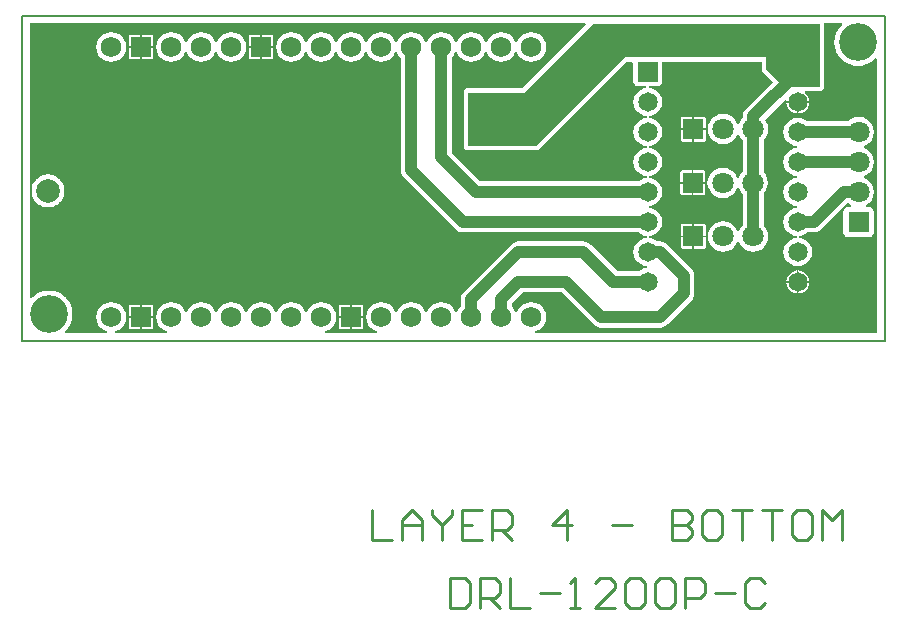
<source format=gbl>
G04 Layer_Physical_Order=4*
G04 Layer_Color=16711680*
%FSLAX24Y24*%
%MOIN*%
G70*
G01*
G75*
%ADD19C,0.0394*%
%ADD20C,0.0100*%
%ADD21C,0.0050*%
%ADD22C,0.0787*%
%ADD23C,0.0650*%
%ADD24R,0.0650X0.0650*%
%ADD25C,0.0709*%
%ADD26R,0.0709X0.0709*%
%ADD27C,0.0690*%
%ADD28R,0.0690X0.0690*%
%ADD29R,0.0709X0.0709*%
%ADD30C,0.1260*%
%ADD31C,0.0500*%
G36*
X28774Y20526D02*
X26669Y18421D01*
X24862Y18421D01*
X24804Y18409D01*
X24754Y18376D01*
X24721Y18326D01*
X24709Y18268D01*
Y16496D01*
X24721Y16438D01*
X24754Y16388D01*
X24804Y16355D01*
X24862Y16343D01*
X27126Y16343D01*
X27185Y16355D01*
X27234Y16388D01*
X30142Y19296D01*
X30325D01*
X30369Y19246D01*
Y18632D01*
X30380Y18573D01*
X30414Y18524D01*
X30463Y18491D01*
X30522Y18479D01*
X30793D01*
X30796Y18429D01*
X30723Y18419D01*
X30607Y18371D01*
X30508Y18295D01*
X30432Y18196D01*
X30384Y18081D01*
X30368Y17957D01*
X30384Y17833D01*
X30432Y17717D01*
X30508Y17618D01*
X30607Y17542D01*
X30723Y17494D01*
X30815Y17482D01*
Y17431D01*
X30723Y17419D01*
X30607Y17371D01*
X30508Y17295D01*
X30432Y17196D01*
X30384Y17081D01*
X30368Y16957D01*
X30384Y16833D01*
X30432Y16717D01*
X30508Y16618D01*
X30607Y16542D01*
X30723Y16494D01*
X30815Y16482D01*
Y16431D01*
X30723Y16419D01*
X30607Y16371D01*
X30508Y16295D01*
X30432Y16196D01*
X30384Y16081D01*
X30368Y15957D01*
X30384Y15833D01*
X30432Y15717D01*
X30508Y15618D01*
X30607Y15542D01*
X30723Y15494D01*
X30815Y15482D01*
Y15431D01*
X30723Y15419D01*
X30607Y15371D01*
X30522Y15307D01*
X25267D01*
X24310Y16263D01*
Y19432D01*
X24314Y19434D01*
X24393Y19538D01*
X24434Y19636D01*
X24488D01*
X24528Y19538D01*
X24608Y19434D01*
X24711Y19355D01*
X24831Y19305D01*
X24961Y19288D01*
X25090Y19305D01*
X25210Y19355D01*
X25314Y19434D01*
X25393Y19538D01*
X25434Y19636D01*
X25488D01*
X25528Y19538D01*
X25608Y19434D01*
X25711Y19355D01*
X25831Y19305D01*
X25961Y19288D01*
X26090Y19305D01*
X26210Y19355D01*
X26314Y19434D01*
X26393Y19538D01*
X26434Y19636D01*
X26488D01*
X26528Y19538D01*
X26608Y19434D01*
X26711Y19355D01*
X26831Y19305D01*
X26961Y19288D01*
X27090Y19305D01*
X27210Y19355D01*
X27314Y19434D01*
X27393Y19538D01*
X27443Y19658D01*
X27460Y19787D01*
X27443Y19917D01*
X27393Y20037D01*
X27314Y20140D01*
X27210Y20220D01*
X27090Y20270D01*
X26961Y20287D01*
X26831Y20270D01*
X26711Y20220D01*
X26608Y20140D01*
X26528Y20037D01*
X26488Y19939D01*
X26434D01*
X26393Y20037D01*
X26314Y20140D01*
X26210Y20220D01*
X26090Y20270D01*
X25961Y20287D01*
X25831Y20270D01*
X25711Y20220D01*
X25608Y20140D01*
X25528Y20037D01*
X25488Y19939D01*
X25434D01*
X25393Y20037D01*
X25314Y20140D01*
X25210Y20220D01*
X25090Y20270D01*
X24961Y20287D01*
X24831Y20270D01*
X24711Y20220D01*
X24608Y20140D01*
X24528Y20037D01*
X24488Y19939D01*
X24434D01*
X24393Y20037D01*
X24314Y20140D01*
X24210Y20220D01*
X24090Y20270D01*
X23961Y20287D01*
X23831Y20270D01*
X23711Y20220D01*
X23608Y20140D01*
X23528Y20037D01*
X23488Y19939D01*
X23434D01*
X23393Y20037D01*
X23314Y20140D01*
X23210Y20220D01*
X23090Y20270D01*
X22961Y20287D01*
X22831Y20270D01*
X22711Y20220D01*
X22608Y20140D01*
X22528Y20037D01*
X22488Y19939D01*
X22434D01*
X22393Y20037D01*
X22314Y20140D01*
X22210Y20220D01*
X22090Y20270D01*
X21961Y20287D01*
X21831Y20270D01*
X21711Y20220D01*
X21608Y20140D01*
X21528Y20037D01*
X21488Y19939D01*
X21434D01*
X21393Y20037D01*
X21314Y20140D01*
X21210Y20220D01*
X21090Y20270D01*
X20961Y20287D01*
X20831Y20270D01*
X20711Y20220D01*
X20608Y20140D01*
X20528Y20037D01*
X20488Y19939D01*
X20434D01*
X20393Y20037D01*
X20314Y20140D01*
X20210Y20220D01*
X20090Y20270D01*
X19961Y20287D01*
X19831Y20270D01*
X19711Y20220D01*
X19608Y20140D01*
X19528Y20037D01*
X19488Y19939D01*
X19434D01*
X19393Y20037D01*
X19314Y20140D01*
X19210Y20220D01*
X19090Y20270D01*
X18961Y20287D01*
X18831Y20270D01*
X18711Y20220D01*
X18608Y20140D01*
X18528Y20037D01*
X18478Y19917D01*
X18461Y19787D01*
X18478Y19658D01*
X18528Y19538D01*
X18608Y19434D01*
X18711Y19355D01*
X18831Y19305D01*
X18961Y19288D01*
X19090Y19305D01*
X19210Y19355D01*
X19314Y19434D01*
X19393Y19538D01*
X19434Y19636D01*
X19488D01*
X19528Y19538D01*
X19608Y19434D01*
X19711Y19355D01*
X19831Y19305D01*
X19961Y19288D01*
X20090Y19305D01*
X20210Y19355D01*
X20314Y19434D01*
X20393Y19538D01*
X20434Y19636D01*
X20488D01*
X20528Y19538D01*
X20608Y19434D01*
X20711Y19355D01*
X20831Y19305D01*
X20961Y19288D01*
X21090Y19305D01*
X21210Y19355D01*
X21314Y19434D01*
X21393Y19538D01*
X21434Y19636D01*
X21488D01*
X21528Y19538D01*
X21608Y19434D01*
X21711Y19355D01*
X21831Y19305D01*
X21961Y19288D01*
X22090Y19305D01*
X22210Y19355D01*
X22314Y19434D01*
X22393Y19538D01*
X22434Y19636D01*
X22488D01*
X22528Y19538D01*
X22608Y19434D01*
X22611Y19432D01*
Y15685D01*
X22617Y15640D01*
X22623Y15594D01*
X22658Y15510D01*
X22713Y15438D01*
X24442Y13709D01*
X24514Y13654D01*
X24563Y13633D01*
X24598Y13619D01*
X24644Y13613D01*
X24689Y13607D01*
X30522D01*
X30607Y13542D01*
X30723Y13494D01*
X30815Y13482D01*
Y13431D01*
X30723Y13419D01*
X30607Y13371D01*
X30508Y13295D01*
X30432Y13196D01*
X30384Y13081D01*
X30368Y12957D01*
X30384Y12833D01*
X30432Y12717D01*
X30508Y12618D01*
X30607Y12542D01*
X30723Y12494D01*
X30815Y12482D01*
Y12431D01*
X30723Y12419D01*
X30607Y12371D01*
X30522Y12307D01*
X29842D01*
X28944Y13204D01*
X28872Y13260D01*
X28787Y13295D01*
X28697Y13307D01*
X26535D01*
X26445Y13295D01*
X26361Y13260D01*
X26288Y13204D01*
X24713Y11629D01*
X24658Y11557D01*
X24623Y11472D01*
X24617Y11427D01*
X24611Y11382D01*
Y11143D01*
X24608Y11140D01*
X24528Y11037D01*
X24488Y10939D01*
X24434D01*
X24393Y11037D01*
X24314Y11140D01*
X24210Y11220D01*
X24090Y11270D01*
X23961Y11287D01*
X23831Y11270D01*
X23711Y11220D01*
X23608Y11140D01*
X23528Y11037D01*
X23488Y10939D01*
X23434D01*
X23393Y11037D01*
X23314Y11140D01*
X23210Y11220D01*
X23090Y11270D01*
X22961Y11287D01*
X22831Y11270D01*
X22711Y11220D01*
X22608Y11140D01*
X22528Y11037D01*
X22488Y10939D01*
X22434D01*
X22393Y11037D01*
X22314Y11140D01*
X22210Y11220D01*
X22090Y11270D01*
X21961Y11287D01*
X21831Y11270D01*
X21711Y11220D01*
X21608Y11140D01*
X21528Y11037D01*
X21478Y10917D01*
X21461Y10787D01*
X21478Y10658D01*
X21528Y10538D01*
X21608Y10434D01*
X21711Y10355D01*
X21831Y10305D01*
X21833Y10305D01*
X21830Y10255D01*
X20091D01*
X20088Y10305D01*
X20090Y10305D01*
X20210Y10355D01*
X20314Y10434D01*
X20393Y10538D01*
X20443Y10658D01*
X20460Y10787D01*
X20443Y10917D01*
X20393Y11037D01*
X20314Y11140D01*
X20210Y11220D01*
X20090Y11270D01*
X19961Y11287D01*
X19831Y11270D01*
X19711Y11220D01*
X19608Y11140D01*
X19528Y11037D01*
X19488Y10939D01*
X19434D01*
X19393Y11037D01*
X19314Y11140D01*
X19210Y11220D01*
X19090Y11270D01*
X18961Y11287D01*
X18831Y11270D01*
X18711Y11220D01*
X18608Y11140D01*
X18528Y11037D01*
X18488Y10939D01*
X18434D01*
X18393Y11037D01*
X18314Y11140D01*
X18210Y11220D01*
X18090Y11270D01*
X17961Y11287D01*
X17831Y11270D01*
X17711Y11220D01*
X17608Y11140D01*
X17528Y11037D01*
X17488Y10939D01*
X17434D01*
X17393Y11037D01*
X17314Y11140D01*
X17210Y11220D01*
X17090Y11270D01*
X16961Y11287D01*
X16831Y11270D01*
X16711Y11220D01*
X16608Y11140D01*
X16528Y11037D01*
X16488Y10939D01*
X16434D01*
X16393Y11037D01*
X16314Y11140D01*
X16210Y11220D01*
X16090Y11270D01*
X15961Y11287D01*
X15831Y11270D01*
X15711Y11220D01*
X15608Y11140D01*
X15528Y11037D01*
X15488Y10939D01*
X15434D01*
X15393Y11037D01*
X15314Y11140D01*
X15210Y11220D01*
X15090Y11270D01*
X14961Y11287D01*
X14831Y11270D01*
X14711Y11220D01*
X14608Y11140D01*
X14528Y11037D01*
X14478Y10917D01*
X14461Y10787D01*
X14478Y10658D01*
X14528Y10538D01*
X14608Y10434D01*
X14711Y10355D01*
X14831Y10305D01*
X14833Y10305D01*
X14830Y10255D01*
X13091D01*
X13088Y10305D01*
X13090Y10305D01*
X13210Y10355D01*
X13314Y10434D01*
X13393Y10538D01*
X13443Y10658D01*
X13460Y10787D01*
X13443Y10917D01*
X13393Y11037D01*
X13314Y11140D01*
X13210Y11220D01*
X13090Y11270D01*
X12961Y11287D01*
X12831Y11270D01*
X12711Y11220D01*
X12608Y11140D01*
X12528Y11037D01*
X12478Y10917D01*
X12461Y10787D01*
X12478Y10658D01*
X12528Y10538D01*
X12608Y10434D01*
X12711Y10355D01*
X12831Y10305D01*
X12833Y10305D01*
X12830Y10255D01*
X11425D01*
X11408Y10302D01*
X11430Y10320D01*
X11440Y10332D01*
X11452Y10341D01*
X11530Y10437D01*
X11537Y10450D01*
X11537Y10450D01*
X11547Y10462D01*
X11605Y10572D01*
X11610Y10586D01*
X11617Y10599D01*
X11653Y10718D01*
X11654Y10733D01*
X11659Y10747D01*
X11671Y10871D01*
X11670Y10886D01*
X11671Y10901D01*
X11659Y11024D01*
X11654Y11039D01*
X11653Y11054D01*
X11617Y11172D01*
X11610Y11186D01*
X11605Y11200D01*
X11547Y11310D01*
X11537Y11321D01*
X11537Y11321D01*
X11530Y11335D01*
X11452Y11430D01*
X11440Y11440D01*
X11430Y11452D01*
X11335Y11530D01*
X11321Y11537D01*
X11321Y11537D01*
X11310Y11547D01*
X11200Y11605D01*
X11186Y11610D01*
X11172Y11617D01*
X11054Y11653D01*
X11039Y11654D01*
X11024Y11659D01*
X10901Y11671D01*
X10893Y11670D01*
X10886Y11672D01*
X10878Y11670D01*
X10871Y11671D01*
X10747Y11659D01*
X10733Y11654D01*
X10718Y11653D01*
X10599Y11617D01*
X10586Y11610D01*
X10572Y11605D01*
X10462Y11547D01*
X10450Y11537D01*
X10450Y11537D01*
X10437Y11530D01*
X10341Y11452D01*
X10332Y11440D01*
X10320Y11430D01*
X10302Y11408D01*
X10255Y11425D01*
Y20572D01*
X28755D01*
X28774Y20526D01*
D02*
G37*
G36*
X37332Y20525D02*
X37310Y20507D01*
X37300Y20495D01*
X37289Y20486D01*
X37210Y20390D01*
X37203Y20376D01*
X37203Y20376D01*
X37193Y20365D01*
X37135Y20255D01*
X37130Y20241D01*
X37123Y20228D01*
X37087Y20109D01*
X37086Y20094D01*
X37081Y20079D01*
X37069Y19956D01*
X37071Y19941D01*
X37069Y19926D01*
X37081Y19802D01*
X37086Y19788D01*
X37087Y19773D01*
X37123Y19654D01*
X37130Y19641D01*
X37135Y19627D01*
X37193Y19517D01*
X37203Y19506D01*
X37203Y19506D01*
X37210Y19492D01*
X37289Y19396D01*
X37300Y19387D01*
X37310Y19375D01*
X37406Y19296D01*
X37419Y19289D01*
X37419Y19289D01*
X37431Y19280D01*
X37540Y19221D01*
X37554Y19217D01*
X37568Y19210D01*
X37686Y19174D01*
X37701Y19172D01*
X37716Y19168D01*
X37839Y19156D01*
X37847Y19157D01*
X37854Y19155D01*
X37862Y19157D01*
X37869Y19156D01*
X37993Y19168D01*
X38007Y19172D01*
X38022Y19174D01*
X38141Y19210D01*
X38154Y19217D01*
X38169Y19221D01*
X38278Y19280D01*
X38290Y19289D01*
X38290Y19289D01*
X38303Y19296D01*
X38399Y19375D01*
X38408Y19387D01*
X38420Y19396D01*
X38438Y19418D01*
X38485Y19402D01*
Y10255D01*
X27091D01*
X27088Y10305D01*
X27090Y10305D01*
X27210Y10355D01*
X27314Y10434D01*
X27393Y10538D01*
X27443Y10658D01*
X27460Y10787D01*
X27443Y10917D01*
X27393Y11037D01*
X27314Y11140D01*
X27210Y11220D01*
X27090Y11270D01*
X26961Y11287D01*
X26831Y11270D01*
X26711Y11220D01*
X26608Y11140D01*
X26528Y11037D01*
X26488Y10939D01*
X26434D01*
X26393Y11037D01*
X26314Y11140D01*
X26310Y11143D01*
Y11237D01*
X26680Y11607D01*
X27977D01*
X29044Y10540D01*
X29116Y10484D01*
X29201Y10449D01*
X29291Y10438D01*
X31260D01*
X31350Y10449D01*
X31435Y10484D01*
X31507Y10540D01*
X32295Y11327D01*
X32350Y11400D01*
X32385Y11484D01*
X32391Y11530D01*
X32397Y11575D01*
Y12169D01*
X32391Y12215D01*
X32385Y12260D01*
X32350Y12344D01*
X32295Y12417D01*
X31507Y13204D01*
X31435Y13260D01*
X31350Y13295D01*
X31260Y13307D01*
X31170D01*
X31086Y13371D01*
X30970Y13419D01*
X30878Y13431D01*
Y13482D01*
X30970Y13494D01*
X31086Y13542D01*
X31185Y13618D01*
X31261Y13717D01*
X31309Y13833D01*
X31325Y13957D01*
X31309Y14081D01*
X31261Y14196D01*
X31185Y14295D01*
X31086Y14371D01*
X30970Y14419D01*
X30878Y14431D01*
Y14482D01*
X30970Y14494D01*
X31086Y14542D01*
X31185Y14618D01*
X31261Y14717D01*
X31309Y14833D01*
X31325Y14957D01*
X31309Y15081D01*
X31261Y15196D01*
X31185Y15295D01*
X31086Y15371D01*
X30970Y15419D01*
X30878Y15431D01*
Y15482D01*
X30970Y15494D01*
X31086Y15542D01*
X31185Y15618D01*
X31261Y15717D01*
X31309Y15833D01*
X31325Y15957D01*
X31309Y16081D01*
X31261Y16196D01*
X31185Y16295D01*
X31086Y16371D01*
X30970Y16419D01*
X30878Y16431D01*
Y16482D01*
X30970Y16494D01*
X31086Y16542D01*
X31185Y16618D01*
X31261Y16717D01*
X31309Y16833D01*
X31325Y16957D01*
X31309Y17081D01*
X31261Y17196D01*
X31185Y17295D01*
X31086Y17371D01*
X30970Y17419D01*
X30878Y17431D01*
Y17482D01*
X30970Y17494D01*
X31086Y17542D01*
X31185Y17618D01*
X31261Y17717D01*
X31309Y17833D01*
X31325Y17957D01*
X31309Y18081D01*
X31261Y18196D01*
X31185Y18295D01*
X31086Y18371D01*
X30970Y18419D01*
X30897Y18429D01*
X30900Y18479D01*
X31171D01*
X31230Y18491D01*
X31279Y18524D01*
X31313Y18573D01*
X31324Y18632D01*
Y19282D01*
X31336Y19296D01*
X34650Y19296D01*
Y19055D01*
X34662Y18997D01*
X34695Y18947D01*
X35018Y18623D01*
X34115Y17720D01*
X34059Y17647D01*
X34024Y17563D01*
X34018Y17518D01*
X34012Y17472D01*
Y17414D01*
X34003Y17407D01*
X33922Y17302D01*
X33889Y17223D01*
X33835D01*
X33803Y17302D01*
X33722Y17407D01*
X33617Y17488D01*
X33494Y17539D01*
X33362Y17556D01*
X33231Y17539D01*
X33108Y17488D01*
X33003Y17407D01*
X32922Y17302D01*
X32871Y17179D01*
X32854Y17047D01*
X32871Y16916D01*
X32922Y16793D01*
X33003Y16688D01*
X33108Y16607D01*
X33231Y16556D01*
X33362Y16539D01*
X33494Y16556D01*
X33617Y16607D01*
X33722Y16688D01*
X33803Y16793D01*
X33835Y16871D01*
X33889D01*
X33922Y16793D01*
X34003Y16688D01*
X34012Y16680D01*
Y15639D01*
X33987Y15620D01*
X33906Y15514D01*
X33874Y15436D01*
X33819D01*
X33787Y15514D01*
X33706Y15620D01*
X33601Y15700D01*
X33478Y15751D01*
X33346Y15769D01*
X33215Y15751D01*
X33092Y15700D01*
X32987Y15620D01*
X32906Y15514D01*
X32855Y15391D01*
X32838Y15260D01*
X32855Y15128D01*
X32906Y15006D01*
X32987Y14900D01*
X33092Y14819D01*
X33215Y14769D01*
X33346Y14751D01*
X33478Y14769D01*
X33601Y14819D01*
X33706Y14900D01*
X33787Y15006D01*
X33819Y15084D01*
X33874D01*
X33906Y15006D01*
X33987Y14900D01*
X34012Y14881D01*
Y13840D01*
X34003Y13832D01*
X33922Y13727D01*
X33889Y13649D01*
X33835D01*
X33803Y13727D01*
X33722Y13832D01*
X33617Y13913D01*
X33494Y13964D01*
X33362Y13981D01*
X33231Y13964D01*
X33108Y13913D01*
X33003Y13832D01*
X32922Y13727D01*
X32871Y13604D01*
X32854Y13472D01*
X32871Y13341D01*
X32922Y13218D01*
X33003Y13113D01*
X33108Y13032D01*
X33231Y12981D01*
X33362Y12964D01*
X33494Y12981D01*
X33617Y13032D01*
X33722Y13113D01*
X33803Y13218D01*
X33835Y13296D01*
X33889D01*
X33922Y13218D01*
X34003Y13113D01*
X34108Y13032D01*
X34231Y12981D01*
X34362Y12964D01*
X34494Y12981D01*
X34617Y13032D01*
X34722Y13113D01*
X34803Y13218D01*
X34854Y13341D01*
X34871Y13472D01*
X34854Y13604D01*
X34803Y13727D01*
X34722Y13832D01*
X34712Y13840D01*
Y14908D01*
X34787Y15006D01*
X34838Y15128D01*
X34855Y15260D01*
X34838Y15391D01*
X34787Y15514D01*
X34712Y15612D01*
Y16680D01*
X34722Y16688D01*
X34803Y16793D01*
X34854Y16916D01*
X34871Y17047D01*
X34854Y17179D01*
X34803Y17302D01*
X34752Y17368D01*
X35418Y18033D01*
X35465Y18010D01*
X35462Y17982D01*
X36231D01*
X36221Y18057D01*
X36183Y18151D01*
X36121Y18231D01*
X36081Y18262D01*
X36098Y18312D01*
X36575D01*
X36633Y18323D01*
X36683Y18356D01*
X36716Y18406D01*
X36728Y18465D01*
Y20571D01*
X36729Y20572D01*
X37315D01*
X37332Y20525D01*
D02*
G37*
G36*
X36575Y18465D02*
X35394D01*
X34803Y19055D01*
Y19449D01*
X30079Y19449D01*
X27126Y16496D01*
X24862Y16496D01*
Y18268D01*
X26732Y18268D01*
X29035Y20571D01*
X36575D01*
Y18465D01*
D02*
G37*
%LPC*%
G36*
X21371Y10762D02*
X20986D01*
Y10377D01*
X21306D01*
X21352Y10396D01*
X21371Y10442D01*
Y10762D01*
D02*
G37*
G36*
X13936Y11197D02*
X13616D01*
X13570Y11178D01*
X13551Y11132D01*
Y10812D01*
X13936D01*
Y11197D01*
D02*
G37*
G36*
X20936Y10762D02*
X20551D01*
Y10442D01*
X20570Y10396D01*
X20616Y10377D01*
X20936D01*
Y10762D01*
D02*
G37*
G36*
X13936D02*
X13551D01*
Y10442D01*
X13570Y10396D01*
X13616Y10377D01*
X13936D01*
Y10762D01*
D02*
G37*
G36*
X14371D02*
X13986D01*
Y10377D01*
X14306D01*
X14352Y10396D01*
X14371Y10442D01*
Y10762D01*
D02*
G37*
G36*
X21306Y11197D02*
X20986D01*
Y10812D01*
X21371D01*
Y11132D01*
X21352Y11178D01*
X21306Y11197D01*
D02*
G37*
G36*
X20936D02*
X20616D01*
X20570Y11178D01*
X20551Y11132D01*
Y10812D01*
X20936D01*
Y11197D01*
D02*
G37*
G36*
X14306D02*
X13986D01*
Y10812D01*
X14371D01*
Y11132D01*
X14352Y11178D01*
X14306Y11197D01*
D02*
G37*
G36*
X17936Y19762D02*
X17551D01*
Y19442D01*
X17570Y19396D01*
X17616Y19377D01*
X17936D01*
Y19762D01*
D02*
G37*
G36*
X18371D02*
X17986D01*
Y19377D01*
X18306D01*
X18352Y19396D01*
X18371Y19442D01*
Y19762D01*
D02*
G37*
G36*
X13936D02*
X13551D01*
Y19442D01*
X13570Y19396D01*
X13616Y19377D01*
X13936D01*
Y19762D01*
D02*
G37*
G36*
X14371D02*
X13986D01*
Y19377D01*
X14306D01*
X14352Y19396D01*
X14371Y19442D01*
Y19762D01*
D02*
G37*
G36*
X13936Y20197D02*
X13616D01*
X13570Y20178D01*
X13551Y20132D01*
Y19812D01*
X13936D01*
Y20197D01*
D02*
G37*
G36*
X18306D02*
X17986D01*
Y19812D01*
X18371D01*
Y20132D01*
X18352Y20178D01*
X18306Y20197D01*
D02*
G37*
G36*
X16961Y20287D02*
X16831Y20270D01*
X16711Y20220D01*
X16608Y20140D01*
X16528Y20037D01*
X16488Y19939D01*
X16434D01*
X16393Y20037D01*
X16314Y20140D01*
X16210Y20220D01*
X16090Y20270D01*
X15961Y20287D01*
X15831Y20270D01*
X15711Y20220D01*
X15608Y20140D01*
X15528Y20037D01*
X15488Y19939D01*
X15434D01*
X15393Y20037D01*
X15314Y20140D01*
X15210Y20220D01*
X15090Y20270D01*
X14961Y20287D01*
X14831Y20270D01*
X14711Y20220D01*
X14608Y20140D01*
X14528Y20037D01*
X14478Y19917D01*
X14461Y19787D01*
X14478Y19658D01*
X14528Y19538D01*
X14608Y19434D01*
X14711Y19355D01*
X14831Y19305D01*
X14961Y19288D01*
X15090Y19305D01*
X15210Y19355D01*
X15314Y19434D01*
X15393Y19538D01*
X15434Y19636D01*
X15488D01*
X15528Y19538D01*
X15608Y19434D01*
X15711Y19355D01*
X15831Y19305D01*
X15961Y19288D01*
X16090Y19305D01*
X16210Y19355D01*
X16314Y19434D01*
X16393Y19538D01*
X16434Y19636D01*
X16488D01*
X16528Y19538D01*
X16608Y19434D01*
X16711Y19355D01*
X16831Y19305D01*
X16961Y19288D01*
X17090Y19305D01*
X17210Y19355D01*
X17314Y19434D01*
X17393Y19538D01*
X17443Y19658D01*
X17460Y19787D01*
X17443Y19917D01*
X17393Y20037D01*
X17314Y20140D01*
X17210Y20220D01*
X17090Y20270D01*
X16961Y20287D01*
D02*
G37*
G36*
X17936Y20197D02*
X17616D01*
X17570Y20178D01*
X17551Y20132D01*
Y19812D01*
X17936D01*
Y20197D01*
D02*
G37*
G36*
X14306D02*
X13986D01*
Y19812D01*
X14371D01*
Y20132D01*
X14352Y20178D01*
X14306Y20197D01*
D02*
G37*
G36*
X12961Y20287D02*
X12831Y20270D01*
X12711Y20220D01*
X12608Y20140D01*
X12528Y20037D01*
X12478Y19917D01*
X12461Y19787D01*
X12478Y19658D01*
X12528Y19538D01*
X12608Y19434D01*
X12711Y19355D01*
X12831Y19305D01*
X12961Y19288D01*
X13090Y19305D01*
X13210Y19355D01*
X13314Y19434D01*
X13393Y19538D01*
X13443Y19658D01*
X13460Y19787D01*
X13443Y19917D01*
X13393Y20037D01*
X13314Y20140D01*
X13210Y20220D01*
X13090Y20270D01*
X12961Y20287D01*
D02*
G37*
G36*
X10854Y15546D02*
X10844Y15544D01*
X10834Y15545D01*
X10732Y15531D01*
X10717Y15526D01*
X10712Y15526D01*
X10708Y15524D01*
X10693Y15521D01*
X10597Y15481D01*
X10585Y15473D01*
X10580Y15471D01*
X10576Y15468D01*
X10563Y15461D01*
X10480Y15398D01*
X10470Y15387D01*
X10467Y15384D01*
X10464Y15380D01*
X10452Y15370D01*
X10389Y15288D01*
X10382Y15274D01*
X10379Y15270D01*
X10378Y15266D01*
X10369Y15253D01*
X10329Y15157D01*
X10327Y15143D01*
X10325Y15138D01*
X10324Y15133D01*
X10319Y15119D01*
X10306Y15016D01*
X10307Y15001D01*
X10306Y14996D01*
X10307Y14991D01*
X10306Y14976D01*
X10319Y14873D01*
X10324Y14859D01*
X10325Y14854D01*
X10327Y14850D01*
X10329Y14835D01*
X10369Y14739D01*
X10378Y14726D01*
X10379Y14722D01*
X10382Y14718D01*
X10389Y14704D01*
X10452Y14622D01*
X10464Y14612D01*
X10467Y14608D01*
X10470Y14605D01*
X10480Y14594D01*
X10563Y14531D01*
X10576Y14524D01*
X10580Y14521D01*
X10585Y14519D01*
X10597Y14511D01*
X10693Y14471D01*
X10708Y14468D01*
X10712Y14466D01*
X10717Y14466D01*
X10732Y14461D01*
X10834Y14447D01*
X10844Y14448D01*
X10854Y14446D01*
X10864Y14448D01*
X10874Y14447D01*
X10977Y14461D01*
X10991Y14466D01*
X10996Y14466D01*
X11001Y14468D01*
X11016Y14471D01*
X11111Y14511D01*
X11124Y14519D01*
X11129Y14521D01*
X11132Y14524D01*
X11146Y14531D01*
X11228Y14594D01*
X11238Y14605D01*
X11242Y14608D01*
X11245Y14612D01*
X11256Y14622D01*
X11320Y14704D01*
X11326Y14718D01*
X11329Y14722D01*
X11331Y14726D01*
X11340Y14739D01*
X11379Y14835D01*
X11382Y14850D01*
X11384Y14854D01*
X11385Y14859D01*
X11390Y14873D01*
X11403Y14976D01*
X11402Y14991D01*
X11403Y14996D01*
X11402Y15001D01*
X11403Y15016D01*
X11390Y15119D01*
X11385Y15133D01*
X11384Y15138D01*
X11382Y15143D01*
X11379Y15157D01*
X11340Y15253D01*
X11331Y15266D01*
X11329Y15270D01*
X11326Y15274D01*
X11320Y15288D01*
X11256Y15370D01*
X11245Y15380D01*
X11242Y15384D01*
X11238Y15387D01*
X11228Y15398D01*
X11146Y15461D01*
X11132Y15468D01*
X11129Y15471D01*
X11124Y15473D01*
X11111Y15481D01*
X11016Y15521D01*
X11001Y15524D01*
X10996Y15526D01*
X10991Y15526D01*
X10977Y15531D01*
X10874Y15545D01*
X10864Y15544D01*
X10854Y15546D01*
D02*
G37*
G36*
X32337Y13447D02*
X31943D01*
Y13118D01*
X31962Y13072D01*
X32008Y13053D01*
X32337D01*
Y13447D01*
D02*
G37*
G36*
X35871Y12342D02*
Y11982D01*
X36231D01*
X36221Y12057D01*
X36183Y12151D01*
X36121Y12231D01*
X36041Y12293D01*
X35947Y12332D01*
X35871Y12342D01*
D02*
G37*
G36*
X35821D02*
X35746Y12332D01*
X35652Y12293D01*
X35572Y12231D01*
X35510Y12151D01*
X35472Y12057D01*
X35462Y11982D01*
X35821D01*
Y12342D01*
D02*
G37*
G36*
X32321Y15235D02*
X31927D01*
Y14906D01*
X31946Y14860D01*
X31992Y14841D01*
X32321D01*
Y15235D01*
D02*
G37*
G36*
X32766D02*
X32371D01*
Y14841D01*
X32701D01*
X32747Y14860D01*
X32766Y14906D01*
Y15235D01*
D02*
G37*
G36*
X32321Y15679D02*
X31992D01*
X31946Y15660D01*
X31927Y15614D01*
Y15285D01*
X32321D01*
Y15679D01*
D02*
G37*
G36*
X32781Y13447D02*
X32387D01*
Y13053D01*
X32717D01*
X32762Y13072D01*
X32781Y13118D01*
Y13447D01*
D02*
G37*
G36*
X32337Y13892D02*
X32008D01*
X31962Y13873D01*
X31943Y13827D01*
Y13497D01*
X32337D01*
Y13892D01*
D02*
G37*
G36*
X32717D02*
X32387D01*
Y13497D01*
X32781D01*
Y13827D01*
X32762Y13873D01*
X32717Y13892D01*
D02*
G37*
G36*
X35821Y11932D02*
X35462D01*
X35472Y11856D01*
X35510Y11763D01*
X35572Y11682D01*
X35652Y11621D01*
X35746Y11582D01*
X35821Y11572D01*
Y11932D01*
D02*
G37*
G36*
X36231D02*
X35871D01*
Y11572D01*
X35947Y11582D01*
X36041Y11621D01*
X36121Y11682D01*
X36183Y11763D01*
X36221Y11856D01*
X36231Y11932D01*
D02*
G37*
G36*
X32337Y17022D02*
X31943D01*
Y16693D01*
X31962Y16647D01*
X32008Y16628D01*
X32337D01*
Y17022D01*
D02*
G37*
G36*
X32781D02*
X32387D01*
Y16628D01*
X32717D01*
X32762Y16647D01*
X32781Y16693D01*
Y17022D01*
D02*
G37*
G36*
X32701Y15679D02*
X32371D01*
Y15285D01*
X32766D01*
Y15614D01*
X32747Y15660D01*
X32701Y15679D01*
D02*
G37*
G36*
X32337Y17467D02*
X32008D01*
X31962Y17448D01*
X31943Y17402D01*
Y17072D01*
X32337D01*
Y17467D01*
D02*
G37*
G36*
X35821Y17932D02*
X35462D01*
X35472Y17856D01*
X35510Y17763D01*
X35572Y17682D01*
X35652Y17621D01*
X35746Y17582D01*
X35821Y17572D01*
Y17932D01*
D02*
G37*
G36*
X36231D02*
X35871D01*
Y17572D01*
X35947Y17582D01*
X36041Y17621D01*
X36121Y17682D01*
X36183Y17763D01*
X36221Y17856D01*
X36231Y17932D01*
D02*
G37*
G36*
X32717Y17467D02*
X32387D01*
Y17072D01*
X32781D01*
Y17402D01*
X32762Y17448D01*
X32717Y17467D01*
D02*
G37*
G36*
X37874Y17465D02*
X37742Y17448D01*
X37620Y17397D01*
X37514Y17316D01*
X37507Y17307D01*
X36170D01*
X36086Y17371D01*
X35970Y17419D01*
X35846Y17436D01*
X35723Y17419D01*
X35607Y17371D01*
X35508Y17295D01*
X35432Y17196D01*
X35384Y17081D01*
X35368Y16957D01*
X35384Y16833D01*
X35432Y16717D01*
X35508Y16618D01*
X35607Y16542D01*
X35723Y16494D01*
X35815Y16482D01*
Y16431D01*
X35723Y16419D01*
X35607Y16371D01*
X35508Y16295D01*
X35432Y16196D01*
X35384Y16081D01*
X35368Y15957D01*
X35384Y15833D01*
X35432Y15717D01*
X35508Y15618D01*
X35607Y15542D01*
X35723Y15494D01*
X35815Y15482D01*
Y15431D01*
X35723Y15419D01*
X35607Y15371D01*
X35508Y15295D01*
X35432Y15196D01*
X35384Y15081D01*
X35368Y14957D01*
X35384Y14833D01*
X35432Y14717D01*
X35508Y14618D01*
X35607Y14542D01*
X35723Y14494D01*
X35815Y14482D01*
Y14431D01*
X35723Y14419D01*
X35607Y14371D01*
X35508Y14295D01*
X35432Y14196D01*
X35384Y14081D01*
X35368Y13957D01*
X35384Y13833D01*
X35432Y13717D01*
X35508Y13618D01*
X35607Y13542D01*
X35723Y13494D01*
X35815Y13482D01*
Y13431D01*
X35723Y13419D01*
X35607Y13371D01*
X35508Y13295D01*
X35432Y13196D01*
X35384Y13081D01*
X35368Y12957D01*
X35384Y12833D01*
X35432Y12717D01*
X35508Y12618D01*
X35607Y12542D01*
X35723Y12494D01*
X35846Y12478D01*
X35970Y12494D01*
X36086Y12542D01*
X36185Y12618D01*
X36261Y12717D01*
X36309Y12833D01*
X36325Y12957D01*
X36309Y13081D01*
X36261Y13196D01*
X36185Y13295D01*
X36086Y13371D01*
X35970Y13419D01*
X35878Y13431D01*
Y13482D01*
X35970Y13494D01*
X36086Y13542D01*
X36170Y13607D01*
X36378D01*
X36469Y13619D01*
X36553Y13654D01*
X36625Y13709D01*
X37513Y14597D01*
X37514Y14597D01*
X37620Y14516D01*
X37625Y14514D01*
X37615Y14464D01*
X37520D01*
X37461Y14452D01*
X37412Y14419D01*
X37378Y14370D01*
X37367Y14311D01*
Y13602D01*
X37378Y13544D01*
X37412Y13494D01*
X37461Y13461D01*
X37520Y13449D01*
X38228D01*
X38287Y13461D01*
X38336Y13494D01*
X38370Y13544D01*
X38381Y13602D01*
Y14311D01*
X38370Y14370D01*
X38336Y14419D01*
X38287Y14452D01*
X38228Y14464D01*
X38133D01*
X38123Y14514D01*
X38128Y14516D01*
X38234Y14597D01*
X38315Y14702D01*
X38365Y14825D01*
X38383Y14957D01*
X38365Y15088D01*
X38315Y15211D01*
X38234Y15316D01*
X38128Y15397D01*
X38050Y15430D01*
Y15484D01*
X38128Y15516D01*
X38234Y15597D01*
X38315Y15702D01*
X38365Y15825D01*
X38383Y15957D01*
X38365Y16088D01*
X38315Y16211D01*
X38234Y16316D01*
X38128Y16397D01*
X38050Y16430D01*
Y16484D01*
X38128Y16516D01*
X38234Y16597D01*
X38315Y16702D01*
X38365Y16825D01*
X38383Y16957D01*
X38365Y17088D01*
X38315Y17211D01*
X38234Y17316D01*
X38128Y17397D01*
X38006Y17448D01*
X37874Y17465D01*
D02*
G37*
%LPD*%
D19*
X34362Y13472D02*
Y17047D01*
X25961Y10787D02*
Y11382D01*
X26535Y11957D01*
X28122D01*
X29291Y10787D01*
X31260D01*
X32047Y11575D01*
Y12169D01*
X31260Y12957D02*
X32047Y12169D01*
X30846Y12957D02*
X31260D01*
X24961Y10787D02*
Y11382D01*
X26535Y12957D01*
X28697D01*
X29697Y11957D01*
X30846D01*
X35846Y16957D02*
X37874D01*
X35846Y15957D02*
X37874D01*
X35846Y13957D02*
X36378D01*
X37378Y14957D01*
X37874D01*
X23961Y16118D02*
Y19787D01*
Y16118D02*
X25122Y14957D01*
X30846D01*
X22961Y15685D02*
Y19787D01*
Y15685D02*
X24689Y13957D01*
X30846D01*
X34362Y17472D02*
X35846Y18957D01*
X34362Y17047D02*
Y17472D01*
D20*
X24252Y2100D02*
Y1100D01*
X24752D01*
X24918Y1267D01*
Y1933D01*
X24752Y2100D01*
X24252D01*
X25251Y1100D02*
Y2100D01*
X25751D01*
X25918Y1933D01*
Y1600D01*
X25751Y1433D01*
X25251D01*
X25585D02*
X25918Y1100D01*
X26251Y2100D02*
Y1100D01*
X26918D01*
X27251Y1600D02*
X27917D01*
X28250Y1100D02*
X28584D01*
X28417D01*
Y2100D01*
X28250Y1933D01*
X29750Y1100D02*
X29083D01*
X29750Y1766D01*
Y1933D01*
X29583Y2100D01*
X29250D01*
X29083Y1933D01*
X30083D02*
X30250Y2100D01*
X30583D01*
X30750Y1933D01*
Y1267D01*
X30583Y1100D01*
X30250D01*
X30083Y1267D01*
Y1933D01*
X31083D02*
X31249Y2100D01*
X31583D01*
X31749Y1933D01*
Y1267D01*
X31583Y1100D01*
X31249D01*
X31083Y1267D01*
Y1933D01*
X32083Y1100D02*
Y2100D01*
X32582D01*
X32749Y1933D01*
Y1600D01*
X32582Y1433D01*
X32083D01*
X33082Y1600D02*
X33749D01*
X34748Y1933D02*
X34582Y2100D01*
X34248D01*
X34082Y1933D01*
Y1267D01*
X34248Y1100D01*
X34582D01*
X34748Y1267D01*
X21669Y4350D02*
Y3350D01*
X22336D01*
X22669D02*
Y4016D01*
X23002Y4350D01*
X23335Y4016D01*
Y3350D01*
Y3850D01*
X22669D01*
X23669Y4350D02*
Y4183D01*
X24002Y3850D01*
X24335Y4183D01*
Y4350D01*
X24002Y3850D02*
Y3350D01*
X25335Y4350D02*
X24668D01*
Y3350D01*
X25335D01*
X24668Y3850D02*
X25001D01*
X25668Y3350D02*
Y4350D01*
X26168D01*
X26334Y4183D01*
Y3850D01*
X26168Y3683D01*
X25668D01*
X26001D02*
X26334Y3350D01*
X28167D02*
Y4350D01*
X27667Y3850D01*
X28334D01*
X29667D02*
X30333D01*
X31666Y4350D02*
Y3350D01*
X32166D01*
X32332Y3517D01*
Y3683D01*
X32166Y3850D01*
X31666D01*
X32166D01*
X32332Y4016D01*
Y4183D01*
X32166Y4350D01*
X31666D01*
X33165D02*
X32832D01*
X32666Y4183D01*
Y3517D01*
X32832Y3350D01*
X33165D01*
X33332Y3517D01*
Y4183D01*
X33165Y4350D01*
X33665D02*
X34332D01*
X33999D01*
Y3350D01*
X34665Y4350D02*
X35331D01*
X34998D01*
Y3350D01*
X36165Y4350D02*
X35831D01*
X35665Y4183D01*
Y3517D01*
X35831Y3350D01*
X36165D01*
X36331Y3517D01*
Y4183D01*
X36165Y4350D01*
X36664Y3350D02*
Y4350D01*
X36998Y4016D01*
X37331Y4350D01*
Y3350D01*
D21*
X10000Y20827D02*
X38740D01*
Y10000D02*
Y20827D01*
X10000Y10000D02*
Y20827D01*
Y10000D02*
X38740D01*
D22*
X10854Y14996D02*
D03*
D23*
X30846Y15957D02*
D03*
X35846D02*
D03*
X30846Y14957D02*
D03*
Y13957D02*
D03*
Y12957D02*
D03*
Y11957D02*
D03*
Y16957D02*
D03*
Y17957D02*
D03*
X35846Y16957D02*
D03*
Y17957D02*
D03*
Y18957D02*
D03*
Y14957D02*
D03*
Y13957D02*
D03*
Y12957D02*
D03*
Y11957D02*
D03*
D24*
X30846Y18957D02*
D03*
D25*
X37874Y16957D02*
D03*
Y14957D02*
D03*
Y15957D02*
D03*
X34362Y13472D02*
D03*
X33362D02*
D03*
X34346Y15260D02*
D03*
X33346D02*
D03*
X34362Y17047D02*
D03*
X33362D02*
D03*
D26*
X37874Y13957D02*
D03*
D27*
X12961Y10787D02*
D03*
X14961D02*
D03*
X15961D02*
D03*
X16961D02*
D03*
X17961D02*
D03*
X18961D02*
D03*
X19961D02*
D03*
X21961D02*
D03*
X22961D02*
D03*
X23961D02*
D03*
X24961D02*
D03*
X25961D02*
D03*
X26961D02*
D03*
X12961Y19787D02*
D03*
X14961D02*
D03*
X15961D02*
D03*
X16961D02*
D03*
X18961D02*
D03*
X19961D02*
D03*
X20961D02*
D03*
X21961D02*
D03*
X22961D02*
D03*
X23961D02*
D03*
X24961D02*
D03*
X25961D02*
D03*
X26961D02*
D03*
D28*
X13961Y10787D02*
D03*
X20961D02*
D03*
X13961Y19787D02*
D03*
X17961D02*
D03*
D29*
X32362Y13472D02*
D03*
X32346Y15260D02*
D03*
X32362Y17047D02*
D03*
D30*
X10886Y10886D02*
D03*
X37854Y19941D02*
D03*
D31*
X37920Y18169D02*
D03*
X36870Y17957D02*
D03*
X28012Y20236D02*
D03*
X29882Y13051D02*
D03*
X32362Y10689D02*
D03*
X28110Y10787D02*
D03*
X29980Y17874D02*
D03*
X29193Y15709D02*
D03*
X25748Y17382D02*
D03*
X26240Y17874D02*
D03*
X25256D02*
D03*
X26240Y16890D02*
D03*
X25256D02*
D03*
X11045Y13781D02*
D03*
X11670Y15031D02*
D03*
X11045Y16281D02*
D03*
Y18781D02*
D03*
X12295Y11281D02*
D03*
Y13781D02*
D03*
X12920Y15031D02*
D03*
X12295Y16281D02*
D03*
Y18781D02*
D03*
X14170Y12531D02*
D03*
X13545Y13781D02*
D03*
X14170Y15031D02*
D03*
X13545Y16281D02*
D03*
X14170Y17531D02*
D03*
X15420Y12531D02*
D03*
X14795Y16281D02*
D03*
X15420Y17531D02*
D03*
X16670Y12531D02*
D03*
X17920D02*
D03*
X17295Y13781D02*
D03*
X19170Y12531D02*
D03*
X18545Y13781D02*
D03*
X19170Y15031D02*
D03*
Y17531D02*
D03*
X18545Y18781D02*
D03*
X20420Y12531D02*
D03*
X19795Y13781D02*
D03*
X20420Y15031D02*
D03*
X19795Y18781D02*
D03*
X21670Y12531D02*
D03*
X21045Y13781D02*
D03*
X21670Y15031D02*
D03*
X21045Y18781D02*
D03*
X22295D02*
D03*
X24170Y12531D02*
D03*
X24795Y18781D02*
D03*
X26045D02*
D03*
X29170Y17531D02*
D03*
X29795Y16281D02*
D03*
X32920Y12531D02*
D03*
X32295Y18781D02*
D03*
X33545Y11281D02*
D03*
X34170Y12531D02*
D03*
X33545Y18781D02*
D03*
X34795Y11281D02*
D03*
X36045D02*
D03*
X36670Y12531D02*
D03*
X37295Y11281D02*
D03*
X37920Y12531D02*
D03*
X37295Y18781D02*
D03*
M02*

</source>
